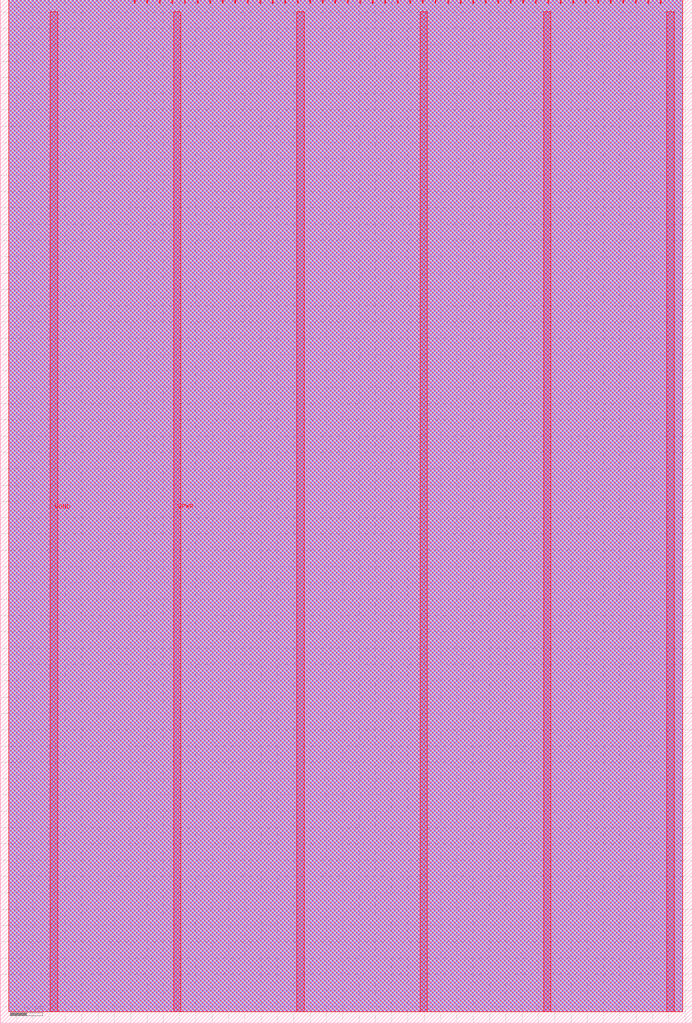
<source format=lef>
VERSION 5.8 ;
BUSBITCHARS "[]" ;
DIVIDERCHAR "/" ;
UNITS
    DATABASE MICRONS 1000 ;
END UNITS

VIA tt_um_a1k0n_nyancat_via1_2_2200_440_1_5_410_410
  VIARULE via1Array ;
  CUTSIZE 0.19 0.19 ;
  LAYERS Metal1 Via1 Metal2 ;
  CUTSPACING 0.22 0.22 ;
  ENCLOSURE 0.01 0.125 0.05 0.005 ;
  ROWCOL 1 5 ;
END tt_um_a1k0n_nyancat_via1_2_2200_440_1_5_410_410

VIA tt_um_a1k0n_nyancat_via2_3_2200_440_1_5_410_410
  VIARULE via2Array ;
  CUTSIZE 0.19 0.19 ;
  LAYERS Metal2 Via2 Metal3 ;
  CUTSPACING 0.22 0.22 ;
  ENCLOSURE 0.05 0.005 0.005 0.05 ;
  ROWCOL 1 5 ;
END tt_um_a1k0n_nyancat_via2_3_2200_440_1_5_410_410

VIA tt_um_a1k0n_nyancat_via3_4_2200_440_1_5_410_410
  VIARULE via3Array ;
  CUTSIZE 0.19 0.19 ;
  LAYERS Metal3 Via3 Metal4 ;
  CUTSPACING 0.22 0.22 ;
  ENCLOSURE 0.005 0.05 0.05 0.005 ;
  ROWCOL 1 5 ;
END tt_um_a1k0n_nyancat_via3_4_2200_440_1_5_410_410

VIA tt_um_a1k0n_nyancat_via4_5_2200_440_1_5_410_410
  VIARULE via4Array ;
  CUTSIZE 0.19 0.19 ;
  LAYERS Metal4 Via4 Metal5 ;
  CUTSPACING 0.22 0.22 ;
  ENCLOSURE 0.05 0.005 0.185 0.05 ;
  ROWCOL 1 5 ;
END tt_um_a1k0n_nyancat_via4_5_2200_440_1_5_410_410

MACRO tt_um_a1k0n_nyancat
  FOREIGN tt_um_a1k0n_nyancat 0 0 ;
  CLASS BLOCK ;
  SIZE 212.16 BY 313.74 ;
  PIN clk
    DIRECTION INPUT ;
    USE SIGNAL ;
    PORT
      LAYER Metal5 ;
        RECT  198.57 312.74 198.87 313.74 ;
    END
  END clk
  PIN ena
    DIRECTION INPUT ;
    USE SIGNAL ;
    PORT
      LAYER Metal5 ;
        RECT  202.41 312.74 202.71 313.74 ;
    END
  END ena
  PIN rst_n
    DIRECTION INPUT ;
    USE SIGNAL ;
    PORT
      LAYER Metal5 ;
        RECT  194.73 312.74 195.03 313.74 ;
    END
  END rst_n
  PIN ui_in[0]
    DIRECTION INPUT ;
    USE SIGNAL ;
    PORT
      LAYER Metal5 ;
        RECT  190.89 312.74 191.19 313.74 ;
    END
  END ui_in[0]
  PIN ui_in[1]
    DIRECTION INPUT ;
    USE SIGNAL ;
    PORT
      LAYER Metal5 ;
        RECT  187.05 312.74 187.35 313.74 ;
    END
  END ui_in[1]
  PIN ui_in[2]
    DIRECTION INPUT ;
    USE SIGNAL ;
    PORT
      LAYER Metal5 ;
        RECT  183.21 312.74 183.51 313.74 ;
    END
  END ui_in[2]
  PIN ui_in[3]
    DIRECTION INPUT ;
    USE SIGNAL ;
    PORT
      LAYER Metal5 ;
        RECT  179.37 312.74 179.67 313.74 ;
    END
  END ui_in[3]
  PIN ui_in[4]
    DIRECTION INPUT ;
    USE SIGNAL ;
    PORT
      LAYER Metal5 ;
        RECT  175.53 312.74 175.83 313.74 ;
    END
  END ui_in[4]
  PIN ui_in[5]
    DIRECTION INPUT ;
    USE SIGNAL ;
    PORT
      LAYER Metal5 ;
        RECT  171.69 312.74 171.99 313.74 ;
    END
  END ui_in[5]
  PIN ui_in[6]
    DIRECTION INPUT ;
    USE SIGNAL ;
    PORT
      LAYER Metal5 ;
        RECT  167.85 312.74 168.15 313.74 ;
    END
  END ui_in[6]
  PIN ui_in[7]
    DIRECTION INPUT ;
    USE SIGNAL ;
    PORT
      LAYER Metal5 ;
        RECT  164.01 312.74 164.31 313.74 ;
    END
  END ui_in[7]
  PIN uio_in[0]
    DIRECTION INPUT ;
    USE SIGNAL ;
    PORT
      LAYER Metal5 ;
        RECT  160.17 312.74 160.47 313.74 ;
    END
  END uio_in[0]
  PIN uio_in[1]
    DIRECTION INPUT ;
    USE SIGNAL ;
    PORT
      LAYER Metal5 ;
        RECT  156.33 312.74 156.63 313.74 ;
    END
  END uio_in[1]
  PIN uio_in[2]
    DIRECTION INPUT ;
    USE SIGNAL ;
    PORT
      LAYER Metal5 ;
        RECT  152.49 312.74 152.79 313.74 ;
    END
  END uio_in[2]
  PIN uio_in[3]
    DIRECTION INPUT ;
    USE SIGNAL ;
    PORT
      LAYER Metal5 ;
        RECT  148.65 312.74 148.95 313.74 ;
    END
  END uio_in[3]
  PIN uio_in[4]
    DIRECTION INPUT ;
    USE SIGNAL ;
    PORT
      LAYER Metal5 ;
        RECT  144.81 312.74 145.11 313.74 ;
    END
  END uio_in[4]
  PIN uio_in[5]
    DIRECTION INPUT ;
    USE SIGNAL ;
    PORT
      LAYER Metal5 ;
        RECT  140.97 312.74 141.27 313.74 ;
    END
  END uio_in[5]
  PIN uio_in[6]
    DIRECTION INPUT ;
    USE SIGNAL ;
    PORT
      LAYER Metal5 ;
        RECT  137.13 312.74 137.43 313.74 ;
    END
  END uio_in[6]
  PIN uio_in[7]
    DIRECTION INPUT ;
    USE SIGNAL ;
    PORT
      LAYER Metal5 ;
        RECT  133.29 312.74 133.59 313.74 ;
    END
  END uio_in[7]
  PIN uio_oe[0]
    DIRECTION OUTPUT ;
    USE SIGNAL ;
    PORT
      LAYER Metal5 ;
        RECT  68.01 312.74 68.31 313.74 ;
    END
  END uio_oe[0]
  PIN uio_oe[1]
    DIRECTION OUTPUT ;
    USE SIGNAL ;
    PORT
      LAYER Metal5 ;
        RECT  64.17 312.74 64.47 313.74 ;
    END
  END uio_oe[1]
  PIN uio_oe[2]
    DIRECTION OUTPUT ;
    USE SIGNAL ;
    PORT
      LAYER Metal5 ;
        RECT  60.33 312.74 60.63 313.74 ;
    END
  END uio_oe[2]
  PIN uio_oe[3]
    DIRECTION OUTPUT ;
    USE SIGNAL ;
    PORT
      LAYER Metal5 ;
        RECT  56.49 312.74 56.79 313.74 ;
    END
  END uio_oe[3]
  PIN uio_oe[4]
    DIRECTION OUTPUT ;
    USE SIGNAL ;
    PORT
      LAYER Metal5 ;
        RECT  52.65 312.74 52.95 313.74 ;
    END
  END uio_oe[4]
  PIN uio_oe[5]
    DIRECTION OUTPUT ;
    USE SIGNAL ;
    PORT
      LAYER Metal5 ;
        RECT  48.81 312.74 49.11 313.74 ;
    END
  END uio_oe[5]
  PIN uio_oe[6]
    DIRECTION OUTPUT ;
    USE SIGNAL ;
    PORT
      LAYER Metal5 ;
        RECT  44.97 312.74 45.27 313.74 ;
    END
  END uio_oe[6]
  PIN uio_oe[7]
    DIRECTION OUTPUT ;
    USE SIGNAL ;
    PORT
      LAYER Metal5 ;
        RECT  41.13 312.74 41.43 313.74 ;
    END
  END uio_oe[7]
  PIN uio_out[0]
    DIRECTION OUTPUT ;
    USE SIGNAL ;
    PORT
      LAYER Metal5 ;
        RECT  98.73 312.74 99.03 313.74 ;
    END
  END uio_out[0]
  PIN uio_out[1]
    DIRECTION OUTPUT ;
    USE SIGNAL ;
    PORT
      LAYER Metal5 ;
        RECT  94.89 312.74 95.19 313.74 ;
    END
  END uio_out[1]
  PIN uio_out[2]
    DIRECTION OUTPUT ;
    USE SIGNAL ;
    PORT
      LAYER Metal5 ;
        RECT  91.05 312.74 91.35 313.74 ;
    END
  END uio_out[2]
  PIN uio_out[3]
    DIRECTION OUTPUT ;
    USE SIGNAL ;
    PORT
      LAYER Metal5 ;
        RECT  87.21 312.74 87.51 313.74 ;
    END
  END uio_out[3]
  PIN uio_out[4]
    DIRECTION OUTPUT ;
    USE SIGNAL ;
    PORT
      LAYER Metal5 ;
        RECT  83.37 312.74 83.67 313.74 ;
    END
  END uio_out[4]
  PIN uio_out[5]
    DIRECTION OUTPUT ;
    USE SIGNAL ;
    PORT
      LAYER Metal5 ;
        RECT  79.53 312.74 79.83 313.74 ;
    END
  END uio_out[5]
  PIN uio_out[6]
    DIRECTION OUTPUT ;
    USE SIGNAL ;
    PORT
      LAYER Metal5 ;
        RECT  75.69 312.74 75.99 313.74 ;
    END
  END uio_out[6]
  PIN uio_out[7]
    DIRECTION OUTPUT ;
    USE SIGNAL ;
    PORT
      LAYER Metal5 ;
        RECT  71.85 312.74 72.15 313.74 ;
    END
  END uio_out[7]
  PIN uo_out[0]
    DIRECTION OUTPUT ;
    USE SIGNAL ;
    PORT
      LAYER Metal5 ;
        RECT  129.45 312.74 129.75 313.74 ;
    END
  END uo_out[0]
  PIN uo_out[1]
    DIRECTION OUTPUT ;
    USE SIGNAL ;
    PORT
      LAYER Metal5 ;
        RECT  125.61 312.74 125.91 313.74 ;
    END
  END uo_out[1]
  PIN uo_out[2]
    DIRECTION OUTPUT ;
    USE SIGNAL ;
    PORT
      LAYER Metal5 ;
        RECT  121.77 312.74 122.07 313.74 ;
    END
  END uo_out[2]
  PIN uo_out[3]
    DIRECTION OUTPUT ;
    USE SIGNAL ;
    PORT
      LAYER Metal5 ;
        RECT  117.93 312.74 118.23 313.74 ;
    END
  END uo_out[3]
  PIN uo_out[4]
    DIRECTION OUTPUT ;
    USE SIGNAL ;
    PORT
      LAYER Metal5 ;
        RECT  114.09 312.74 114.39 313.74 ;
    END
  END uo_out[4]
  PIN uo_out[5]
    DIRECTION OUTPUT ;
    USE SIGNAL ;
    PORT
      LAYER Metal5 ;
        RECT  110.25 312.74 110.55 313.74 ;
    END
  END uo_out[5]
  PIN uo_out[6]
    DIRECTION OUTPUT ;
    USE SIGNAL ;
    PORT
      LAYER Metal5 ;
        RECT  106.41 312.74 106.71 313.74 ;
    END
  END uo_out[6]
  PIN uo_out[7]
    DIRECTION OUTPUT ;
    USE SIGNAL ;
    PORT
      LAYER Metal5 ;
        RECT  102.57 312.74 102.87 313.74 ;
    END
  END uo_out[7]
  PIN VGND
    DIRECTION INOUT ;
    USE GROUND ;
    PORT
      LAYER Metal5 ;
        RECT  166.58 3.56 168.78 310.18 ;
        RECT  90.98 3.56 93.18 310.18 ;
        RECT  15.38 3.56 17.58 310.18 ;
    END
  END VGND
  PIN VPWR
    DIRECTION INOUT ;
    USE POWER ;
    PORT
      LAYER Metal5 ;
        RECT  204.38 3.56 206.58 310.18 ;
        RECT  128.78 3.56 130.98 310.18 ;
        RECT  53.18 3.56 55.38 310.18 ;
    END
  END VPWR
  OBS
    LAYER Metal1 ;
     RECT  2.605 3.56 209.28 313.74 ;
    LAYER Metal2 ;
     RECT  2.605 3.56 209.28 313.74 ;
    LAYER Metal3 ;
     RECT  2.605 3.56 209.28 313.74 ;
    LAYER Metal4 ;
     RECT  2.605 3.56 209.28 313.74 ;
    LAYER Metal5 ;
     RECT  2.605 3.56 209.28 313.74 ;
  END
END tt_um_a1k0n_nyancat
END LIBRARY

</source>
